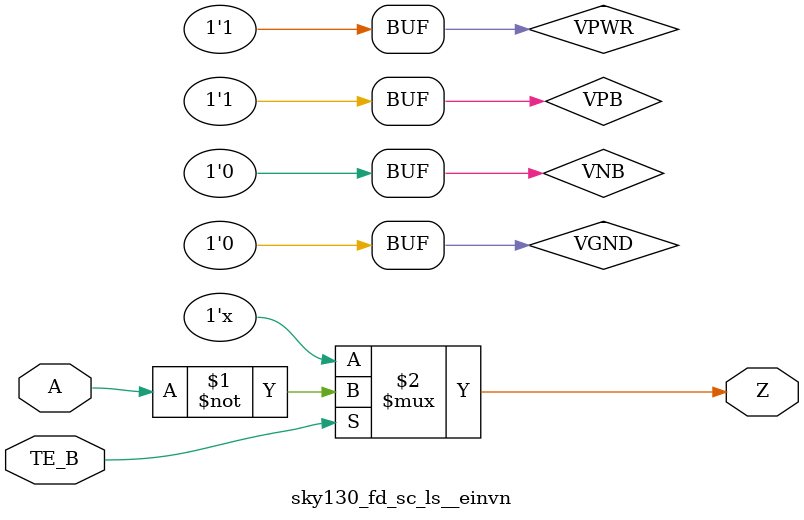
<source format=v>



module sky130_fd_sc_ls__einvn (
    Z   ,
    A   ,
    TE_B
);

    output Z   ;
    input  A   ;
    input  TE_B;

    supply1 VPWR;
    supply0 VGND;
    supply1 VPB ;
    supply0 VNB ;

    notif0 notif00 (Z     , A, TE_B        );

endmodule

</source>
